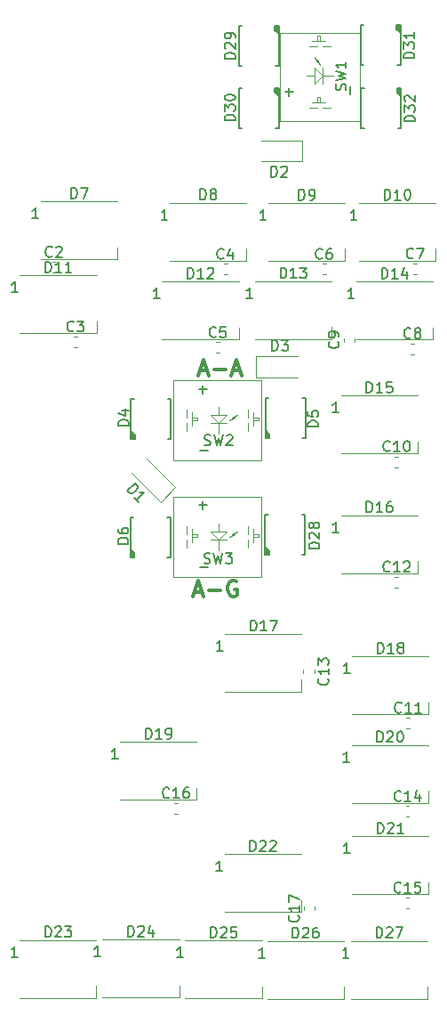
<source format=gbr>
G04 #@! TF.GenerationSoftware,KiCad,Pcbnew,(5.1.6)-1*
G04 #@! TF.CreationDate,2020-12-21T17:51:35+11:00*
G04 #@! TF.ProjectId,MasterModePushbuttonV2,4d617374-6572-44d6-9f64-655075736862,rev?*
G04 #@! TF.SameCoordinates,Original*
G04 #@! TF.FileFunction,Legend,Top*
G04 #@! TF.FilePolarity,Positive*
%FSLAX46Y46*%
G04 Gerber Fmt 4.6, Leading zero omitted, Abs format (unit mm)*
G04 Created by KiCad (PCBNEW (5.1.6)-1) date 2020-12-21 17:51:35*
%MOMM*%
%LPD*%
G01*
G04 APERTURE LIST*
%ADD10C,0.300000*%
%ADD11C,0.120000*%
%ADD12C,0.127000*%
%ADD13C,0.150000*%
G04 APERTURE END LIST*
D10*
X219011965Y-112351480D02*
X219726251Y-112351480D01*
X218869108Y-112780051D02*
X219369108Y-111280051D01*
X219869108Y-112780051D01*
X220369108Y-112208622D02*
X221511965Y-112208622D01*
X223011965Y-111351480D02*
X222869108Y-111280051D01*
X222654822Y-111280051D01*
X222440537Y-111351480D01*
X222297680Y-111494337D01*
X222226251Y-111637194D01*
X222154822Y-111922908D01*
X222154822Y-112137194D01*
X222226251Y-112422908D01*
X222297680Y-112565765D01*
X222440537Y-112708622D01*
X222654822Y-112780051D01*
X222797680Y-112780051D01*
X223011965Y-112708622D01*
X223083394Y-112637194D01*
X223083394Y-112137194D01*
X222797680Y-112137194D01*
X219519108Y-91351480D02*
X220233394Y-91351480D01*
X219376251Y-91780051D02*
X219876251Y-90280051D01*
X220376251Y-91780051D01*
X220876251Y-91208622D02*
X222019108Y-91208622D01*
X222661965Y-91351480D02*
X223376251Y-91351480D01*
X222519108Y-91780051D02*
X223019108Y-90280051D01*
X223519108Y-91780051D01*
D11*
X205446201Y-82007500D02*
X205771759Y-82007500D01*
X205446201Y-80987500D02*
X205771759Y-80987500D01*
X230456000Y-142647779D02*
X230456000Y-142322221D01*
X229436000Y-142647779D02*
X229436000Y-142322221D01*
X217083221Y-133457000D02*
X217408779Y-133457000D01*
X217083221Y-132437000D02*
X217408779Y-132437000D01*
X239133221Y-142457000D02*
X239458779Y-142457000D01*
X239133221Y-141437000D02*
X239458779Y-141437000D01*
X239133221Y-133757000D02*
X239458779Y-133757000D01*
X239133221Y-132737000D02*
X239458779Y-132737000D01*
X229386000Y-119797221D02*
X229386000Y-120122779D01*
X230406000Y-119797221D02*
X230406000Y-120122779D01*
X238096221Y-111957000D02*
X238421779Y-111957000D01*
X238096221Y-110937000D02*
X238421779Y-110937000D01*
X239196221Y-125357000D02*
X239521779Y-125357000D01*
X239196221Y-124337000D02*
X239521779Y-124337000D01*
X238096221Y-100507500D02*
X238421779Y-100507500D01*
X238096221Y-99487500D02*
X238421779Y-99487500D01*
X234256480Y-88572759D02*
X234256480Y-88247201D01*
X233236480Y-88572759D02*
X233236480Y-88247201D01*
X239596221Y-89757500D02*
X239921779Y-89757500D01*
X239596221Y-88737500D02*
X239921779Y-88737500D01*
X239833221Y-82157500D02*
X240158779Y-82157500D01*
X239833221Y-81137500D02*
X240158779Y-81137500D01*
X231183221Y-82207500D02*
X231508779Y-82207500D01*
X231183221Y-81187500D02*
X231508779Y-81187500D01*
X221046221Y-89657500D02*
X221371779Y-89657500D01*
X221046221Y-88637500D02*
X221371779Y-88637500D01*
X221783221Y-82207500D02*
X222108779Y-82207500D01*
X221783221Y-81187500D02*
X222108779Y-81187500D01*
X207496221Y-89107500D02*
X207821779Y-89107500D01*
X207496221Y-88087500D02*
X207821779Y-88087500D01*
X224896480Y-89997480D02*
X224896480Y-91997480D01*
X224896480Y-91997480D02*
X228796480Y-91997480D01*
X224896480Y-89997480D02*
X228796480Y-89997480D01*
X229296000Y-71447500D02*
X229296000Y-69447500D01*
X229296000Y-69447500D02*
X225396000Y-69447500D01*
X229296000Y-71447500D02*
X225396000Y-71447500D01*
X215763883Y-103829097D02*
X217178097Y-102414883D01*
X217178097Y-102414883D02*
X214420381Y-99657167D01*
X215763883Y-103829097D02*
X213006167Y-101071381D01*
D12*
G36*
X225736000Y-108853000D02*
G01*
X226117000Y-108853000D01*
X226117000Y-108472000D01*
X225736000Y-108091000D01*
X225736000Y-108853000D01*
G37*
X225736000Y-108853000D02*
X226117000Y-108853000D01*
X226117000Y-108472000D01*
X225736000Y-108091000D01*
X225736000Y-108853000D01*
X229541000Y-105048000D02*
X229241000Y-105048000D01*
X229541000Y-108848000D02*
X229541000Y-105048000D01*
X229241000Y-108848000D02*
X229541000Y-108848000D01*
X225741000Y-105048000D02*
X226041000Y-105048000D01*
X225741000Y-108848000D02*
X225741000Y-105048000D01*
X226041000Y-108848000D02*
X225741000Y-108848000D01*
G36*
X212909000Y-109082000D02*
G01*
X213290000Y-109082000D01*
X213290000Y-108701000D01*
X212909000Y-108320000D01*
X212909000Y-109082000D01*
G37*
X212909000Y-109082000D02*
X213290000Y-109082000D01*
X213290000Y-108701000D01*
X212909000Y-108320000D01*
X212909000Y-109082000D01*
X216714000Y-105277000D02*
X216414000Y-105277000D01*
X216714000Y-109077000D02*
X216714000Y-105277000D01*
X216414000Y-109077000D02*
X216714000Y-109077000D01*
X212914000Y-105277000D02*
X213214000Y-105277000D01*
X212914000Y-109077000D02*
X212914000Y-105277000D01*
X213214000Y-109077000D02*
X212914000Y-109077000D01*
G36*
X225758000Y-97758500D02*
G01*
X226139000Y-97758500D01*
X226139000Y-97377500D01*
X225758000Y-96996500D01*
X225758000Y-97758500D01*
G37*
X225758000Y-97758500D02*
X226139000Y-97758500D01*
X226139000Y-97377500D01*
X225758000Y-96996500D01*
X225758000Y-97758500D01*
X229563000Y-93953500D02*
X229263000Y-93953500D01*
X229563000Y-97753500D02*
X229563000Y-93953500D01*
X229263000Y-97753500D02*
X229563000Y-97753500D01*
X225763000Y-93953500D02*
X226063000Y-93953500D01*
X225763000Y-97753500D02*
X225763000Y-93953500D01*
X226063000Y-97753500D02*
X225763000Y-97753500D01*
G36*
X212957000Y-97834700D02*
G01*
X213338000Y-97834700D01*
X213338000Y-97453700D01*
X212957000Y-97072700D01*
X212957000Y-97834700D01*
G37*
X212957000Y-97834700D02*
X213338000Y-97834700D01*
X213338000Y-97453700D01*
X212957000Y-97072700D01*
X212957000Y-97834700D01*
X216762000Y-94029700D02*
X216462000Y-94029700D01*
X216762000Y-97829700D02*
X216762000Y-94029700D01*
X216462000Y-97829700D02*
X216762000Y-97829700D01*
X212962000Y-94029700D02*
X213262000Y-94029700D01*
X212962000Y-97829700D02*
X212962000Y-94029700D01*
X213262000Y-97829700D02*
X212962000Y-97829700D01*
X238385000Y-64509700D02*
X238685000Y-64509700D01*
X238685000Y-64509700D02*
X238685000Y-68309700D01*
X238685000Y-68309700D02*
X238385000Y-68309700D01*
X235185000Y-64509700D02*
X234885000Y-64509700D01*
X234885000Y-64509700D02*
X234885000Y-68309700D01*
X234885000Y-68309700D02*
X235185000Y-68309700D01*
G36*
X238690000Y-64504700D02*
G01*
X238309000Y-64504700D01*
X238309000Y-64885700D01*
X238690000Y-65266700D01*
X238690000Y-64504700D01*
G37*
X238690000Y-64504700D02*
X238309000Y-64504700D01*
X238309000Y-64885700D01*
X238690000Y-65266700D01*
X238690000Y-64504700D01*
X238320000Y-58467100D02*
X238620000Y-58467100D01*
X238620000Y-58467100D02*
X238620000Y-62267100D01*
X238620000Y-62267100D02*
X238320000Y-62267100D01*
X235120000Y-58467100D02*
X234820000Y-58467100D01*
X234820000Y-58467100D02*
X234820000Y-62267100D01*
X234820000Y-62267100D02*
X235120000Y-62267100D01*
G36*
X238625000Y-58462100D02*
G01*
X238244000Y-58462100D01*
X238244000Y-58843100D01*
X238625000Y-59224100D01*
X238625000Y-58462100D01*
G37*
X238625000Y-58462100D02*
X238244000Y-58462100D01*
X238244000Y-58843100D01*
X238625000Y-59224100D01*
X238625000Y-58462100D01*
X226726000Y-64458900D02*
X227026000Y-64458900D01*
X227026000Y-64458900D02*
X227026000Y-68258900D01*
X227026000Y-68258900D02*
X226726000Y-68258900D01*
X223526000Y-64458900D02*
X223226000Y-64458900D01*
X223226000Y-64458900D02*
X223226000Y-68258900D01*
X223226000Y-68258900D02*
X223526000Y-68258900D01*
G36*
X227031000Y-64453900D02*
G01*
X226650000Y-64453900D01*
X226650000Y-64834900D01*
X227031000Y-65215900D01*
X227031000Y-64453900D01*
G37*
X227031000Y-64453900D02*
X226650000Y-64453900D01*
X226650000Y-64834900D01*
X227031000Y-65215900D01*
X227031000Y-64453900D01*
X226726000Y-58571300D02*
X227026000Y-58571300D01*
X227026000Y-58571300D02*
X227026000Y-62371300D01*
X227026000Y-62371300D02*
X226726000Y-62371300D01*
X223526000Y-58571300D02*
X223226000Y-58571300D01*
X223226000Y-58571300D02*
X223226000Y-62371300D01*
X223226000Y-62371300D02*
X223526000Y-62371300D01*
G36*
X227031000Y-58566300D02*
G01*
X226650000Y-58566300D01*
X226650000Y-58947300D01*
X227031000Y-59328300D01*
X227031000Y-58566300D01*
G37*
X227031000Y-58566300D02*
X226650000Y-58566300D01*
X226650000Y-58947300D01*
X227031000Y-59328300D01*
X227031000Y-58566300D01*
D11*
X241208000Y-151052000D02*
X241208000Y-149902000D01*
X233908000Y-151052000D02*
X241208000Y-151052000D01*
X233908000Y-145552000D02*
X241208000Y-145552000D01*
X233221000Y-151077000D02*
X233221000Y-149927000D01*
X225921000Y-151077000D02*
X233221000Y-151077000D01*
X225921000Y-145577000D02*
X233221000Y-145577000D01*
X225421000Y-151026000D02*
X225421000Y-149876000D01*
X218121000Y-151026000D02*
X225421000Y-151026000D01*
X218121000Y-145526000D02*
X225421000Y-145526000D01*
X217547000Y-150925000D02*
X217547000Y-149775000D01*
X210247000Y-150925000D02*
X217547000Y-150925000D01*
X210247000Y-145425000D02*
X217547000Y-145425000D01*
X221327000Y-105833000D02*
X221327000Y-106595000D01*
X221327000Y-106595000D02*
X222089000Y-106595000D01*
X222089000Y-106595000D02*
X221327000Y-107357000D01*
X221327000Y-107357000D02*
X220565000Y-106595000D01*
X220565000Y-106595000D02*
X221327000Y-106595000D01*
X222089000Y-107357000D02*
X220565000Y-107357000D01*
X220565000Y-107357000D02*
X221327000Y-107357000D01*
X221327000Y-107357000D02*
X221327000Y-108373000D01*
X223105000Y-106595000D02*
X222597000Y-106849000D01*
X222597000Y-106849000D02*
X222851000Y-106849000D01*
X222851000Y-106849000D02*
X222343000Y-107103000D01*
X218279000Y-106087000D02*
X218279000Y-106849000D01*
X218279000Y-107357000D02*
X218279000Y-108119000D01*
X218787000Y-106341000D02*
X218787000Y-107611000D01*
X218787000Y-106849000D02*
X219295000Y-106849000D01*
X219295000Y-106849000D02*
X219295000Y-107103000D01*
X219295000Y-107103000D02*
X218787000Y-107103000D01*
X224629000Y-106849000D02*
X225137000Y-106849000D01*
X224121000Y-107357000D02*
X224121000Y-108119000D01*
X224629000Y-106341000D02*
X224629000Y-107611000D01*
X225137000Y-106849000D02*
X225137000Y-107103000D01*
X224121000Y-106087000D02*
X224121000Y-106849000D01*
X225137000Y-107103000D02*
X224629000Y-107103000D01*
X217263000Y-103293000D02*
X225391000Y-103293000D01*
X225391000Y-103293000D02*
X225377000Y-110913000D01*
X225397000Y-110913000D02*
X217015000Y-110913000D01*
X217007000Y-110913000D02*
X217009000Y-103293000D01*
X217009000Y-103293000D02*
X218279000Y-103293000D01*
X221327000Y-94809500D02*
X221327000Y-95571500D01*
X221327000Y-95571500D02*
X222089000Y-95571500D01*
X222089000Y-95571500D02*
X221327000Y-96333500D01*
X221327000Y-96333500D02*
X220565000Y-95571500D01*
X220565000Y-95571500D02*
X221327000Y-95571500D01*
X222089000Y-96333500D02*
X220565000Y-96333500D01*
X220565000Y-96333500D02*
X221327000Y-96333500D01*
X221327000Y-96333500D02*
X221327000Y-97349500D01*
X223105000Y-95571500D02*
X222597000Y-95825500D01*
X222597000Y-95825500D02*
X222851000Y-95825500D01*
X222851000Y-95825500D02*
X222343000Y-96079500D01*
X218279000Y-95063500D02*
X218279000Y-95825500D01*
X218279000Y-96333500D02*
X218279000Y-97095500D01*
X218787000Y-95317500D02*
X218787000Y-96587500D01*
X218787000Y-95825500D02*
X219295000Y-95825500D01*
X219295000Y-95825500D02*
X219295000Y-96079500D01*
X219295000Y-96079500D02*
X218787000Y-96079500D01*
X224629000Y-95825500D02*
X225137000Y-95825500D01*
X224121000Y-96333500D02*
X224121000Y-97095500D01*
X224629000Y-95317500D02*
X224629000Y-96587500D01*
X225137000Y-95825500D02*
X225137000Y-96079500D01*
X224121000Y-95063500D02*
X224121000Y-95825500D01*
X225137000Y-96079500D02*
X224629000Y-96079500D01*
X217263000Y-92269500D02*
X225391000Y-92269500D01*
X225391000Y-92269500D02*
X225377000Y-99889500D01*
X225397000Y-99889500D02*
X217015000Y-99889500D01*
X217007000Y-99889500D02*
X217009000Y-92269500D01*
X217009000Y-92269500D02*
X218279000Y-92269500D01*
X229710000Y-63302700D02*
X230472000Y-63302700D01*
X230472000Y-63302700D02*
X230472000Y-62540700D01*
X230472000Y-62540700D02*
X231234000Y-63302700D01*
X231234000Y-63302700D02*
X230472000Y-64064700D01*
X230472000Y-64064700D02*
X230472000Y-63302700D01*
X231234000Y-62540700D02*
X231234000Y-64064700D01*
X231234000Y-64064700D02*
X231234000Y-63302700D01*
X231234000Y-63302700D02*
X232250000Y-63302700D01*
X230472000Y-61524700D02*
X230726000Y-62032700D01*
X230726000Y-62032700D02*
X230726000Y-61778700D01*
X230726000Y-61778700D02*
X230980000Y-62286700D01*
X229964000Y-66350700D02*
X230726000Y-66350700D01*
X231234000Y-66350700D02*
X231996000Y-66350700D01*
X230218000Y-65842700D02*
X231488000Y-65842700D01*
X230726000Y-65842700D02*
X230726000Y-65334700D01*
X230726000Y-65334700D02*
X230980000Y-65334700D01*
X230980000Y-65334700D02*
X230980000Y-65842700D01*
X230726000Y-60000700D02*
X230726000Y-59492700D01*
X231234000Y-60508700D02*
X231996000Y-60508700D01*
X230218000Y-60000700D02*
X231488000Y-60000700D01*
X230726000Y-59492700D02*
X230980000Y-59492700D01*
X229964000Y-60508700D02*
X230726000Y-60508700D01*
X230980000Y-59492700D02*
X230980000Y-60000700D01*
X227170000Y-67366700D02*
X227170000Y-59238700D01*
X227170000Y-59238700D02*
X234790000Y-59252700D01*
X234790000Y-59232700D02*
X234790000Y-67614700D01*
X234790000Y-67622700D02*
X227170000Y-67620700D01*
X227170000Y-67620700D02*
X227170000Y-66350700D01*
X209650000Y-150975000D02*
X209650000Y-149825000D01*
X202350000Y-150975000D02*
X209650000Y-150975000D01*
X202350000Y-145475000D02*
X209650000Y-145475000D01*
X229168000Y-142822000D02*
X229168000Y-141672000D01*
X221868000Y-142822000D02*
X229168000Y-142822000D01*
X221868000Y-137322000D02*
X229168000Y-137322000D01*
X241321000Y-141120000D02*
X241321000Y-139970000D01*
X234021000Y-141120000D02*
X241321000Y-141120000D01*
X234021000Y-135620000D02*
X241321000Y-135620000D01*
X241270000Y-132433000D02*
X241270000Y-131283000D01*
X233970000Y-132433000D02*
X241270000Y-132433000D01*
X233970000Y-126933000D02*
X241270000Y-126933000D01*
X219223000Y-132129000D02*
X219223000Y-130979000D01*
X211923000Y-132129000D02*
X219223000Y-132129000D01*
X211923000Y-126629000D02*
X219223000Y-126629000D01*
X241321000Y-124001000D02*
X241321000Y-122851000D01*
X234021000Y-124001000D02*
X241321000Y-124001000D01*
X234021000Y-118501000D02*
X241321000Y-118501000D01*
X229208000Y-121867000D02*
X229208000Y-120717000D01*
X221908000Y-121867000D02*
X229208000Y-121867000D01*
X221908000Y-116367000D02*
X229208000Y-116367000D01*
X240254000Y-110589000D02*
X240254000Y-109439000D01*
X232954000Y-110589000D02*
X240254000Y-110589000D01*
X232954000Y-105089000D02*
X240254000Y-105089000D01*
X240254000Y-99210300D02*
X240254000Y-98060300D01*
X232954000Y-99210300D02*
X240254000Y-99210300D01*
X232954000Y-93710300D02*
X240254000Y-93710300D01*
X241716000Y-88364700D02*
X241716000Y-87214700D01*
X234416000Y-88364700D02*
X241716000Y-88364700D01*
X234416000Y-82864700D02*
X241716000Y-82864700D01*
X232052000Y-88339100D02*
X232052000Y-87189100D01*
X224752000Y-88339100D02*
X232052000Y-88339100D01*
X224752000Y-82839100D02*
X232052000Y-82839100D01*
X223213000Y-88364700D02*
X223213000Y-87214700D01*
X215913000Y-88364700D02*
X223213000Y-88364700D01*
X215913000Y-82864700D02*
X223213000Y-82864700D01*
X209673000Y-87780300D02*
X209673000Y-86630300D01*
X202373000Y-87780300D02*
X209673000Y-87780300D01*
X202373000Y-82280300D02*
X209673000Y-82280300D01*
X241970000Y-80897100D02*
X241970000Y-79747100D01*
X234670000Y-80897100D02*
X241970000Y-80897100D01*
X234670000Y-75397100D02*
X241970000Y-75397100D01*
X233334000Y-80897100D02*
X233334000Y-79747100D01*
X226034000Y-80897100D02*
X233334000Y-80897100D01*
X226034000Y-75397100D02*
X233334000Y-75397100D01*
X223936000Y-80871500D02*
X223936000Y-79721500D01*
X216636000Y-80871500D02*
X223936000Y-80871500D01*
X216636000Y-75371500D02*
X223936000Y-75371500D01*
X211642000Y-80744700D02*
X211642000Y-79594700D01*
X204342000Y-80744700D02*
X211642000Y-80744700D01*
X204342000Y-75244700D02*
X211642000Y-75244700D01*
D13*
X205442313Y-80424642D02*
X205394694Y-80472261D01*
X205251837Y-80519880D01*
X205156599Y-80519880D01*
X205013741Y-80472261D01*
X204918503Y-80377023D01*
X204870884Y-80281785D01*
X204823265Y-80091309D01*
X204823265Y-79948452D01*
X204870884Y-79757976D01*
X204918503Y-79662738D01*
X205013741Y-79567500D01*
X205156599Y-79519880D01*
X205251837Y-79519880D01*
X205394694Y-79567500D01*
X205442313Y-79615119D01*
X205823265Y-79615119D02*
X205870884Y-79567500D01*
X205966122Y-79519880D01*
X206204218Y-79519880D01*
X206299456Y-79567500D01*
X206347075Y-79615119D01*
X206394694Y-79710357D01*
X206394694Y-79805595D01*
X206347075Y-79948452D01*
X205775646Y-80519880D01*
X206394694Y-80519880D01*
X228873142Y-143127857D02*
X228920761Y-143175476D01*
X228968380Y-143318333D01*
X228968380Y-143413571D01*
X228920761Y-143556428D01*
X228825523Y-143651666D01*
X228730285Y-143699285D01*
X228539809Y-143746904D01*
X228396952Y-143746904D01*
X228206476Y-143699285D01*
X228111238Y-143651666D01*
X228016000Y-143556428D01*
X227968380Y-143413571D01*
X227968380Y-143318333D01*
X228016000Y-143175476D01*
X228063619Y-143127857D01*
X228968380Y-142175476D02*
X228968380Y-142746904D01*
X228968380Y-142461190D02*
X227968380Y-142461190D01*
X228111238Y-142556428D01*
X228206476Y-142651666D01*
X228254095Y-142746904D01*
X227968380Y-141842142D02*
X227968380Y-141175476D01*
X228968380Y-141604047D01*
X216603142Y-131874142D02*
X216555523Y-131921761D01*
X216412666Y-131969380D01*
X216317428Y-131969380D01*
X216174571Y-131921761D01*
X216079333Y-131826523D01*
X216031714Y-131731285D01*
X215984095Y-131540809D01*
X215984095Y-131397952D01*
X216031714Y-131207476D01*
X216079333Y-131112238D01*
X216174571Y-131017000D01*
X216317428Y-130969380D01*
X216412666Y-130969380D01*
X216555523Y-131017000D01*
X216603142Y-131064619D01*
X217555523Y-131969380D02*
X216984095Y-131969380D01*
X217269809Y-131969380D02*
X217269809Y-130969380D01*
X217174571Y-131112238D01*
X217079333Y-131207476D01*
X216984095Y-131255095D01*
X218412666Y-130969380D02*
X218222190Y-130969380D01*
X218126952Y-131017000D01*
X218079333Y-131064619D01*
X217984095Y-131207476D01*
X217936476Y-131397952D01*
X217936476Y-131778904D01*
X217984095Y-131874142D01*
X218031714Y-131921761D01*
X218126952Y-131969380D01*
X218317428Y-131969380D01*
X218412666Y-131921761D01*
X218460285Y-131874142D01*
X218507904Y-131778904D01*
X218507904Y-131540809D01*
X218460285Y-131445571D01*
X218412666Y-131397952D01*
X218317428Y-131350333D01*
X218126952Y-131350333D01*
X218031714Y-131397952D01*
X217984095Y-131445571D01*
X217936476Y-131540809D01*
X238653142Y-140874142D02*
X238605523Y-140921761D01*
X238462666Y-140969380D01*
X238367428Y-140969380D01*
X238224571Y-140921761D01*
X238129333Y-140826523D01*
X238081714Y-140731285D01*
X238034095Y-140540809D01*
X238034095Y-140397952D01*
X238081714Y-140207476D01*
X238129333Y-140112238D01*
X238224571Y-140017000D01*
X238367428Y-139969380D01*
X238462666Y-139969380D01*
X238605523Y-140017000D01*
X238653142Y-140064619D01*
X239605523Y-140969380D02*
X239034095Y-140969380D01*
X239319809Y-140969380D02*
X239319809Y-139969380D01*
X239224571Y-140112238D01*
X239129333Y-140207476D01*
X239034095Y-140255095D01*
X240510285Y-139969380D02*
X240034095Y-139969380D01*
X239986476Y-140445571D01*
X240034095Y-140397952D01*
X240129333Y-140350333D01*
X240367428Y-140350333D01*
X240462666Y-140397952D01*
X240510285Y-140445571D01*
X240557904Y-140540809D01*
X240557904Y-140778904D01*
X240510285Y-140874142D01*
X240462666Y-140921761D01*
X240367428Y-140969380D01*
X240129333Y-140969380D01*
X240034095Y-140921761D01*
X239986476Y-140874142D01*
X238653142Y-132174142D02*
X238605523Y-132221761D01*
X238462666Y-132269380D01*
X238367428Y-132269380D01*
X238224571Y-132221761D01*
X238129333Y-132126523D01*
X238081714Y-132031285D01*
X238034095Y-131840809D01*
X238034095Y-131697952D01*
X238081714Y-131507476D01*
X238129333Y-131412238D01*
X238224571Y-131317000D01*
X238367428Y-131269380D01*
X238462666Y-131269380D01*
X238605523Y-131317000D01*
X238653142Y-131364619D01*
X239605523Y-132269380D02*
X239034095Y-132269380D01*
X239319809Y-132269380D02*
X239319809Y-131269380D01*
X239224571Y-131412238D01*
X239129333Y-131507476D01*
X239034095Y-131555095D01*
X240462666Y-131602714D02*
X240462666Y-132269380D01*
X240224571Y-131221761D02*
X239986476Y-131936047D01*
X240605523Y-131936047D01*
X231683142Y-120602857D02*
X231730761Y-120650476D01*
X231778380Y-120793333D01*
X231778380Y-120888571D01*
X231730761Y-121031428D01*
X231635523Y-121126666D01*
X231540285Y-121174285D01*
X231349809Y-121221904D01*
X231206952Y-121221904D01*
X231016476Y-121174285D01*
X230921238Y-121126666D01*
X230826000Y-121031428D01*
X230778380Y-120888571D01*
X230778380Y-120793333D01*
X230826000Y-120650476D01*
X230873619Y-120602857D01*
X231778380Y-119650476D02*
X231778380Y-120221904D01*
X231778380Y-119936190D02*
X230778380Y-119936190D01*
X230921238Y-120031428D01*
X231016476Y-120126666D01*
X231064095Y-120221904D01*
X230778380Y-119317142D02*
X230778380Y-118698095D01*
X231159333Y-119031428D01*
X231159333Y-118888571D01*
X231206952Y-118793333D01*
X231254571Y-118745714D01*
X231349809Y-118698095D01*
X231587904Y-118698095D01*
X231683142Y-118745714D01*
X231730761Y-118793333D01*
X231778380Y-118888571D01*
X231778380Y-119174285D01*
X231730761Y-119269523D01*
X231683142Y-119317142D01*
X237616142Y-110374142D02*
X237568523Y-110421761D01*
X237425666Y-110469380D01*
X237330428Y-110469380D01*
X237187571Y-110421761D01*
X237092333Y-110326523D01*
X237044714Y-110231285D01*
X236997095Y-110040809D01*
X236997095Y-109897952D01*
X237044714Y-109707476D01*
X237092333Y-109612238D01*
X237187571Y-109517000D01*
X237330428Y-109469380D01*
X237425666Y-109469380D01*
X237568523Y-109517000D01*
X237616142Y-109564619D01*
X238568523Y-110469380D02*
X237997095Y-110469380D01*
X238282809Y-110469380D02*
X238282809Y-109469380D01*
X238187571Y-109612238D01*
X238092333Y-109707476D01*
X237997095Y-109755095D01*
X238949476Y-109564619D02*
X238997095Y-109517000D01*
X239092333Y-109469380D01*
X239330428Y-109469380D01*
X239425666Y-109517000D01*
X239473285Y-109564619D01*
X239520904Y-109659857D01*
X239520904Y-109755095D01*
X239473285Y-109897952D01*
X238901857Y-110469380D01*
X239520904Y-110469380D01*
X238716142Y-123774142D02*
X238668523Y-123821761D01*
X238525666Y-123869380D01*
X238430428Y-123869380D01*
X238287571Y-123821761D01*
X238192333Y-123726523D01*
X238144714Y-123631285D01*
X238097095Y-123440809D01*
X238097095Y-123297952D01*
X238144714Y-123107476D01*
X238192333Y-123012238D01*
X238287571Y-122917000D01*
X238430428Y-122869380D01*
X238525666Y-122869380D01*
X238668523Y-122917000D01*
X238716142Y-122964619D01*
X239668523Y-123869380D02*
X239097095Y-123869380D01*
X239382809Y-123869380D02*
X239382809Y-122869380D01*
X239287571Y-123012238D01*
X239192333Y-123107476D01*
X239097095Y-123155095D01*
X240620904Y-123869380D02*
X240049476Y-123869380D01*
X240335190Y-123869380D02*
X240335190Y-122869380D01*
X240239952Y-123012238D01*
X240144714Y-123107476D01*
X240049476Y-123155095D01*
X237616142Y-98924642D02*
X237568523Y-98972261D01*
X237425666Y-99019880D01*
X237330428Y-99019880D01*
X237187571Y-98972261D01*
X237092333Y-98877023D01*
X237044714Y-98781785D01*
X236997095Y-98591309D01*
X236997095Y-98448452D01*
X237044714Y-98257976D01*
X237092333Y-98162738D01*
X237187571Y-98067500D01*
X237330428Y-98019880D01*
X237425666Y-98019880D01*
X237568523Y-98067500D01*
X237616142Y-98115119D01*
X238568523Y-99019880D02*
X237997095Y-99019880D01*
X238282809Y-99019880D02*
X238282809Y-98019880D01*
X238187571Y-98162738D01*
X238092333Y-98257976D01*
X237997095Y-98305595D01*
X239187571Y-98019880D02*
X239282809Y-98019880D01*
X239378047Y-98067500D01*
X239425666Y-98115119D01*
X239473285Y-98210357D01*
X239520904Y-98400833D01*
X239520904Y-98638928D01*
X239473285Y-98829404D01*
X239425666Y-98924642D01*
X239378047Y-98972261D01*
X239282809Y-99019880D01*
X239187571Y-99019880D01*
X239092333Y-98972261D01*
X239044714Y-98924642D01*
X238997095Y-98829404D01*
X238949476Y-98638928D01*
X238949476Y-98400833D01*
X238997095Y-98210357D01*
X239044714Y-98115119D01*
X239092333Y-98067500D01*
X239187571Y-98019880D01*
X232673622Y-88576646D02*
X232721241Y-88624265D01*
X232768860Y-88767122D01*
X232768860Y-88862360D01*
X232721241Y-89005218D01*
X232626003Y-89100456D01*
X232530765Y-89148075D01*
X232340289Y-89195694D01*
X232197432Y-89195694D01*
X232006956Y-89148075D01*
X231911718Y-89100456D01*
X231816480Y-89005218D01*
X231768860Y-88862360D01*
X231768860Y-88767122D01*
X231816480Y-88624265D01*
X231864099Y-88576646D01*
X232768860Y-88100456D02*
X232768860Y-87909980D01*
X232721241Y-87814741D01*
X232673622Y-87767122D01*
X232530765Y-87671884D01*
X232340289Y-87624265D01*
X231959337Y-87624265D01*
X231864099Y-87671884D01*
X231816480Y-87719503D01*
X231768860Y-87814741D01*
X231768860Y-88005218D01*
X231816480Y-88100456D01*
X231864099Y-88148075D01*
X231959337Y-88195694D01*
X232197432Y-88195694D01*
X232292670Y-88148075D01*
X232340289Y-88100456D01*
X232387908Y-88005218D01*
X232387908Y-87814741D01*
X232340289Y-87719503D01*
X232292670Y-87671884D01*
X232197432Y-87624265D01*
X239592333Y-88174642D02*
X239544714Y-88222261D01*
X239401857Y-88269880D01*
X239306619Y-88269880D01*
X239163761Y-88222261D01*
X239068523Y-88127023D01*
X239020904Y-88031785D01*
X238973285Y-87841309D01*
X238973285Y-87698452D01*
X239020904Y-87507976D01*
X239068523Y-87412738D01*
X239163761Y-87317500D01*
X239306619Y-87269880D01*
X239401857Y-87269880D01*
X239544714Y-87317500D01*
X239592333Y-87365119D01*
X240163761Y-87698452D02*
X240068523Y-87650833D01*
X240020904Y-87603214D01*
X239973285Y-87507976D01*
X239973285Y-87460357D01*
X240020904Y-87365119D01*
X240068523Y-87317500D01*
X240163761Y-87269880D01*
X240354238Y-87269880D01*
X240449476Y-87317500D01*
X240497095Y-87365119D01*
X240544714Y-87460357D01*
X240544714Y-87507976D01*
X240497095Y-87603214D01*
X240449476Y-87650833D01*
X240354238Y-87698452D01*
X240163761Y-87698452D01*
X240068523Y-87746071D01*
X240020904Y-87793690D01*
X239973285Y-87888928D01*
X239973285Y-88079404D01*
X240020904Y-88174642D01*
X240068523Y-88222261D01*
X240163761Y-88269880D01*
X240354238Y-88269880D01*
X240449476Y-88222261D01*
X240497095Y-88174642D01*
X240544714Y-88079404D01*
X240544714Y-87888928D01*
X240497095Y-87793690D01*
X240449476Y-87746071D01*
X240354238Y-87698452D01*
X239829333Y-80574642D02*
X239781714Y-80622261D01*
X239638857Y-80669880D01*
X239543619Y-80669880D01*
X239400761Y-80622261D01*
X239305523Y-80527023D01*
X239257904Y-80431785D01*
X239210285Y-80241309D01*
X239210285Y-80098452D01*
X239257904Y-79907976D01*
X239305523Y-79812738D01*
X239400761Y-79717500D01*
X239543619Y-79669880D01*
X239638857Y-79669880D01*
X239781714Y-79717500D01*
X239829333Y-79765119D01*
X240162666Y-79669880D02*
X240829333Y-79669880D01*
X240400761Y-80669880D01*
X231179333Y-80624642D02*
X231131714Y-80672261D01*
X230988857Y-80719880D01*
X230893619Y-80719880D01*
X230750761Y-80672261D01*
X230655523Y-80577023D01*
X230607904Y-80481785D01*
X230560285Y-80291309D01*
X230560285Y-80148452D01*
X230607904Y-79957976D01*
X230655523Y-79862738D01*
X230750761Y-79767500D01*
X230893619Y-79719880D01*
X230988857Y-79719880D01*
X231131714Y-79767500D01*
X231179333Y-79815119D01*
X232036476Y-79719880D02*
X231846000Y-79719880D01*
X231750761Y-79767500D01*
X231703142Y-79815119D01*
X231607904Y-79957976D01*
X231560285Y-80148452D01*
X231560285Y-80529404D01*
X231607904Y-80624642D01*
X231655523Y-80672261D01*
X231750761Y-80719880D01*
X231941238Y-80719880D01*
X232036476Y-80672261D01*
X232084095Y-80624642D01*
X232131714Y-80529404D01*
X232131714Y-80291309D01*
X232084095Y-80196071D01*
X232036476Y-80148452D01*
X231941238Y-80100833D01*
X231750761Y-80100833D01*
X231655523Y-80148452D01*
X231607904Y-80196071D01*
X231560285Y-80291309D01*
X221042333Y-88074642D02*
X220994714Y-88122261D01*
X220851857Y-88169880D01*
X220756619Y-88169880D01*
X220613761Y-88122261D01*
X220518523Y-88027023D01*
X220470904Y-87931785D01*
X220423285Y-87741309D01*
X220423285Y-87598452D01*
X220470904Y-87407976D01*
X220518523Y-87312738D01*
X220613761Y-87217500D01*
X220756619Y-87169880D01*
X220851857Y-87169880D01*
X220994714Y-87217500D01*
X221042333Y-87265119D01*
X221947095Y-87169880D02*
X221470904Y-87169880D01*
X221423285Y-87646071D01*
X221470904Y-87598452D01*
X221566142Y-87550833D01*
X221804238Y-87550833D01*
X221899476Y-87598452D01*
X221947095Y-87646071D01*
X221994714Y-87741309D01*
X221994714Y-87979404D01*
X221947095Y-88074642D01*
X221899476Y-88122261D01*
X221804238Y-88169880D01*
X221566142Y-88169880D01*
X221470904Y-88122261D01*
X221423285Y-88074642D01*
X221779333Y-80624642D02*
X221731714Y-80672261D01*
X221588857Y-80719880D01*
X221493619Y-80719880D01*
X221350761Y-80672261D01*
X221255523Y-80577023D01*
X221207904Y-80481785D01*
X221160285Y-80291309D01*
X221160285Y-80148452D01*
X221207904Y-79957976D01*
X221255523Y-79862738D01*
X221350761Y-79767500D01*
X221493619Y-79719880D01*
X221588857Y-79719880D01*
X221731714Y-79767500D01*
X221779333Y-79815119D01*
X222636476Y-80053214D02*
X222636476Y-80719880D01*
X222398380Y-79672261D02*
X222160285Y-80386547D01*
X222779333Y-80386547D01*
X207492333Y-87524642D02*
X207444714Y-87572261D01*
X207301857Y-87619880D01*
X207206619Y-87619880D01*
X207063761Y-87572261D01*
X206968523Y-87477023D01*
X206920904Y-87381785D01*
X206873285Y-87191309D01*
X206873285Y-87048452D01*
X206920904Y-86857976D01*
X206968523Y-86762738D01*
X207063761Y-86667500D01*
X207206619Y-86619880D01*
X207301857Y-86619880D01*
X207444714Y-86667500D01*
X207492333Y-86715119D01*
X207825666Y-86619880D02*
X208444714Y-86619880D01*
X208111380Y-87000833D01*
X208254238Y-87000833D01*
X208349476Y-87048452D01*
X208397095Y-87096071D01*
X208444714Y-87191309D01*
X208444714Y-87429404D01*
X208397095Y-87524642D01*
X208349476Y-87572261D01*
X208254238Y-87619880D01*
X207968523Y-87619880D01*
X207873285Y-87572261D01*
X207825666Y-87524642D01*
X226408384Y-89449860D02*
X226408384Y-88449860D01*
X226646480Y-88449860D01*
X226789337Y-88497480D01*
X226884575Y-88592718D01*
X226932194Y-88687956D01*
X226979813Y-88878432D01*
X226979813Y-89021289D01*
X226932194Y-89211765D01*
X226884575Y-89307003D01*
X226789337Y-89402241D01*
X226646480Y-89449860D01*
X226408384Y-89449860D01*
X227313146Y-88449860D02*
X227932194Y-88449860D01*
X227598860Y-88830813D01*
X227741718Y-88830813D01*
X227836956Y-88878432D01*
X227884575Y-88926051D01*
X227932194Y-89021289D01*
X227932194Y-89259384D01*
X227884575Y-89354622D01*
X227836956Y-89402241D01*
X227741718Y-89449860D01*
X227456003Y-89449860D01*
X227360765Y-89402241D01*
X227313146Y-89354622D01*
X226307904Y-72899880D02*
X226307904Y-71899880D01*
X226546000Y-71899880D01*
X226688857Y-71947500D01*
X226784095Y-72042738D01*
X226831714Y-72137976D01*
X226879333Y-72328452D01*
X226879333Y-72471309D01*
X226831714Y-72661785D01*
X226784095Y-72757023D01*
X226688857Y-72852261D01*
X226546000Y-72899880D01*
X226307904Y-72899880D01*
X227260285Y-71995119D02*
X227307904Y-71947500D01*
X227403142Y-71899880D01*
X227641238Y-71899880D01*
X227736476Y-71947500D01*
X227784095Y-71995119D01*
X227831714Y-72090357D01*
X227831714Y-72185595D01*
X227784095Y-72328452D01*
X227212666Y-72899880D01*
X227831714Y-72899880D01*
X212623992Y-102743183D02*
X213331098Y-102036076D01*
X213499457Y-102204435D01*
X213566801Y-102339122D01*
X213566801Y-102473809D01*
X213533129Y-102574824D01*
X213432114Y-102743183D01*
X213331098Y-102844198D01*
X213162740Y-102945214D01*
X213061724Y-102978885D01*
X212927037Y-102978885D01*
X212792350Y-102911542D01*
X212623992Y-102743183D01*
X213701488Y-103820679D02*
X213297427Y-103416618D01*
X213499457Y-103618649D02*
X214206564Y-102911542D01*
X214038205Y-102945214D01*
X213903518Y-102945214D01*
X213802503Y-102911542D01*
X230898780Y-108241085D02*
X229898780Y-108241085D01*
X229898780Y-108002990D01*
X229946400Y-107860133D01*
X230041638Y-107764895D01*
X230136876Y-107717276D01*
X230327352Y-107669657D01*
X230470209Y-107669657D01*
X230660685Y-107717276D01*
X230755923Y-107764895D01*
X230851161Y-107860133D01*
X230898780Y-108002990D01*
X230898780Y-108241085D01*
X229994019Y-107288704D02*
X229946400Y-107241085D01*
X229898780Y-107145847D01*
X229898780Y-106907752D01*
X229946400Y-106812514D01*
X229994019Y-106764895D01*
X230089257Y-106717276D01*
X230184495Y-106717276D01*
X230327352Y-106764895D01*
X230898780Y-107336323D01*
X230898780Y-106717276D01*
X230327352Y-106145847D02*
X230279733Y-106241085D01*
X230232114Y-106288704D01*
X230136876Y-106336323D01*
X230089257Y-106336323D01*
X229994019Y-106288704D01*
X229946400Y-106241085D01*
X229898780Y-106145847D01*
X229898780Y-105955371D01*
X229946400Y-105860133D01*
X229994019Y-105812514D01*
X230089257Y-105764895D01*
X230136876Y-105764895D01*
X230232114Y-105812514D01*
X230279733Y-105860133D01*
X230327352Y-105955371D01*
X230327352Y-106145847D01*
X230374971Y-106241085D01*
X230422590Y-106288704D01*
X230517828Y-106336323D01*
X230708304Y-106336323D01*
X230803542Y-106288704D01*
X230851161Y-106241085D01*
X230898780Y-106145847D01*
X230898780Y-105955371D01*
X230851161Y-105860133D01*
X230803542Y-105812514D01*
X230708304Y-105764895D01*
X230517828Y-105764895D01*
X230422590Y-105812514D01*
X230374971Y-105860133D01*
X230327352Y-105955371D01*
X212700980Y-107788095D02*
X211700980Y-107788095D01*
X211700980Y-107550000D01*
X211748600Y-107407142D01*
X211843838Y-107311904D01*
X211939076Y-107264285D01*
X212129552Y-107216666D01*
X212272409Y-107216666D01*
X212462885Y-107264285D01*
X212558123Y-107311904D01*
X212653361Y-107407142D01*
X212700980Y-107550000D01*
X212700980Y-107788095D01*
X211700980Y-106359523D02*
X211700980Y-106550000D01*
X211748600Y-106645238D01*
X211796219Y-106692857D01*
X211939076Y-106788095D01*
X212129552Y-106835714D01*
X212510504Y-106835714D01*
X212605742Y-106788095D01*
X212653361Y-106740476D01*
X212700980Y-106645238D01*
X212700980Y-106454761D01*
X212653361Y-106359523D01*
X212605742Y-106311904D01*
X212510504Y-106264285D01*
X212272409Y-106264285D01*
X212177171Y-106311904D01*
X212129552Y-106359523D01*
X212081933Y-106454761D01*
X212081933Y-106645238D01*
X212129552Y-106740476D01*
X212177171Y-106788095D01*
X212272409Y-106835714D01*
X230796380Y-96665195D02*
X229796380Y-96665195D01*
X229796380Y-96427100D01*
X229844000Y-96284242D01*
X229939238Y-96189004D01*
X230034476Y-96141385D01*
X230224952Y-96093766D01*
X230367809Y-96093766D01*
X230558285Y-96141385D01*
X230653523Y-96189004D01*
X230748761Y-96284242D01*
X230796380Y-96427100D01*
X230796380Y-96665195D01*
X229796380Y-95189004D02*
X229796380Y-95665195D01*
X230272571Y-95712814D01*
X230224952Y-95665195D01*
X230177333Y-95569957D01*
X230177333Y-95331861D01*
X230224952Y-95236623D01*
X230272571Y-95189004D01*
X230367809Y-95141385D01*
X230605904Y-95141385D01*
X230701142Y-95189004D01*
X230748761Y-95236623D01*
X230796380Y-95331861D01*
X230796380Y-95569957D01*
X230748761Y-95665195D01*
X230701142Y-95712814D01*
X212748980Y-96540795D02*
X211748980Y-96540795D01*
X211748980Y-96302700D01*
X211796600Y-96159842D01*
X211891838Y-96064604D01*
X211987076Y-96016985D01*
X212177552Y-95969366D01*
X212320409Y-95969366D01*
X212510885Y-96016985D01*
X212606123Y-96064604D01*
X212701361Y-96159842D01*
X212748980Y-96302700D01*
X212748980Y-96540795D01*
X212082314Y-95112223D02*
X212748980Y-95112223D01*
X211701361Y-95350319D02*
X212415647Y-95588414D01*
X212415647Y-94969366D01*
X240017860Y-67626565D02*
X239017860Y-67626565D01*
X239017860Y-67388470D01*
X239065480Y-67245613D01*
X239160718Y-67150375D01*
X239255956Y-67102756D01*
X239446432Y-67055137D01*
X239589289Y-67055137D01*
X239779765Y-67102756D01*
X239875003Y-67150375D01*
X239970241Y-67245613D01*
X240017860Y-67388470D01*
X240017860Y-67626565D01*
X239017860Y-66721803D02*
X239017860Y-66102756D01*
X239398813Y-66436089D01*
X239398813Y-66293232D01*
X239446432Y-66197994D01*
X239494051Y-66150375D01*
X239589289Y-66102756D01*
X239827384Y-66102756D01*
X239922622Y-66150375D01*
X239970241Y-66197994D01*
X240017860Y-66293232D01*
X240017860Y-66578946D01*
X239970241Y-66674184D01*
X239922622Y-66721803D01*
X239113099Y-65721803D02*
X239065480Y-65674184D01*
X239017860Y-65578946D01*
X239017860Y-65340851D01*
X239065480Y-65245613D01*
X239113099Y-65197994D01*
X239208337Y-65150375D01*
X239303575Y-65150375D01*
X239446432Y-65197994D01*
X240017860Y-65769422D01*
X240017860Y-65150375D01*
X239952860Y-61634765D02*
X238952860Y-61634765D01*
X238952860Y-61396670D01*
X239000480Y-61253813D01*
X239095718Y-61158575D01*
X239190956Y-61110956D01*
X239381432Y-61063337D01*
X239524289Y-61063337D01*
X239714765Y-61110956D01*
X239810003Y-61158575D01*
X239905241Y-61253813D01*
X239952860Y-61396670D01*
X239952860Y-61634765D01*
X238952860Y-60730003D02*
X238952860Y-60110956D01*
X239333813Y-60444289D01*
X239333813Y-60301432D01*
X239381432Y-60206194D01*
X239429051Y-60158575D01*
X239524289Y-60110956D01*
X239762384Y-60110956D01*
X239857622Y-60158575D01*
X239905241Y-60206194D01*
X239952860Y-60301432D01*
X239952860Y-60587146D01*
X239905241Y-60682384D01*
X239857622Y-60730003D01*
X239952860Y-59158575D02*
X239952860Y-59730003D01*
X239952860Y-59444289D02*
X238952860Y-59444289D01*
X239095718Y-59539527D01*
X239190956Y-59634765D01*
X239238575Y-59730003D01*
X222872260Y-67550365D02*
X221872260Y-67550365D01*
X221872260Y-67312270D01*
X221919880Y-67169413D01*
X222015118Y-67074175D01*
X222110356Y-67026556D01*
X222300832Y-66978937D01*
X222443689Y-66978937D01*
X222634165Y-67026556D01*
X222729403Y-67074175D01*
X222824641Y-67169413D01*
X222872260Y-67312270D01*
X222872260Y-67550365D01*
X221872260Y-66645603D02*
X221872260Y-66026556D01*
X222253213Y-66359889D01*
X222253213Y-66217032D01*
X222300832Y-66121794D01*
X222348451Y-66074175D01*
X222443689Y-66026556D01*
X222681784Y-66026556D01*
X222777022Y-66074175D01*
X222824641Y-66121794D01*
X222872260Y-66217032D01*
X222872260Y-66502746D01*
X222824641Y-66597984D01*
X222777022Y-66645603D01*
X221872260Y-65407508D02*
X221872260Y-65312270D01*
X221919880Y-65217032D01*
X221967499Y-65169413D01*
X222062737Y-65121794D01*
X222253213Y-65074175D01*
X222491308Y-65074175D01*
X222681784Y-65121794D01*
X222777022Y-65169413D01*
X222824641Y-65217032D01*
X222872260Y-65312270D01*
X222872260Y-65407508D01*
X222824641Y-65502746D01*
X222777022Y-65550365D01*
X222681784Y-65597984D01*
X222491308Y-65645603D01*
X222253213Y-65645603D01*
X222062737Y-65597984D01*
X221967499Y-65550365D01*
X221919880Y-65502746D01*
X221872260Y-65407508D01*
X222872260Y-61657565D02*
X221872260Y-61657565D01*
X221872260Y-61419470D01*
X221919880Y-61276613D01*
X222015118Y-61181375D01*
X222110356Y-61133756D01*
X222300832Y-61086137D01*
X222443689Y-61086137D01*
X222634165Y-61133756D01*
X222729403Y-61181375D01*
X222824641Y-61276613D01*
X222872260Y-61419470D01*
X222872260Y-61657565D01*
X221967499Y-60705184D02*
X221919880Y-60657565D01*
X221872260Y-60562327D01*
X221872260Y-60324232D01*
X221919880Y-60228994D01*
X221967499Y-60181375D01*
X222062737Y-60133756D01*
X222157975Y-60133756D01*
X222300832Y-60181375D01*
X222872260Y-60752803D01*
X222872260Y-60133756D01*
X222872260Y-59657565D02*
X222872260Y-59467089D01*
X222824641Y-59371851D01*
X222777022Y-59324232D01*
X222634165Y-59228994D01*
X222443689Y-59181375D01*
X222062737Y-59181375D01*
X221967499Y-59228994D01*
X221919880Y-59276613D01*
X221872260Y-59371851D01*
X221872260Y-59562327D01*
X221919880Y-59657565D01*
X221967499Y-59705184D01*
X222062737Y-59752803D01*
X222300832Y-59752803D01*
X222396070Y-59705184D01*
X222443689Y-59657565D01*
X222491308Y-59562327D01*
X222491308Y-59371851D01*
X222443689Y-59276613D01*
X222396070Y-59228994D01*
X222300832Y-59181375D01*
X236343714Y-145254380D02*
X236343714Y-144254380D01*
X236581809Y-144254380D01*
X236724666Y-144302000D01*
X236819904Y-144397238D01*
X236867523Y-144492476D01*
X236915142Y-144682952D01*
X236915142Y-144825809D01*
X236867523Y-145016285D01*
X236819904Y-145111523D01*
X236724666Y-145206761D01*
X236581809Y-145254380D01*
X236343714Y-145254380D01*
X237296095Y-144349619D02*
X237343714Y-144302000D01*
X237438952Y-144254380D01*
X237677047Y-144254380D01*
X237772285Y-144302000D01*
X237819904Y-144349619D01*
X237867523Y-144444857D01*
X237867523Y-144540095D01*
X237819904Y-144682952D01*
X237248476Y-145254380D01*
X237867523Y-145254380D01*
X238200857Y-144254380D02*
X238867523Y-144254380D01*
X238438952Y-145254380D01*
X233693714Y-147154380D02*
X233122285Y-147154380D01*
X233408000Y-147154380D02*
X233408000Y-146154380D01*
X233312761Y-146297238D01*
X233217523Y-146392476D01*
X233122285Y-146440095D01*
X228356714Y-145279380D02*
X228356714Y-144279380D01*
X228594809Y-144279380D01*
X228737666Y-144327000D01*
X228832904Y-144422238D01*
X228880523Y-144517476D01*
X228928142Y-144707952D01*
X228928142Y-144850809D01*
X228880523Y-145041285D01*
X228832904Y-145136523D01*
X228737666Y-145231761D01*
X228594809Y-145279380D01*
X228356714Y-145279380D01*
X229309095Y-144374619D02*
X229356714Y-144327000D01*
X229451952Y-144279380D01*
X229690047Y-144279380D01*
X229785285Y-144327000D01*
X229832904Y-144374619D01*
X229880523Y-144469857D01*
X229880523Y-144565095D01*
X229832904Y-144707952D01*
X229261476Y-145279380D01*
X229880523Y-145279380D01*
X230737666Y-144279380D02*
X230547190Y-144279380D01*
X230451952Y-144327000D01*
X230404333Y-144374619D01*
X230309095Y-144517476D01*
X230261476Y-144707952D01*
X230261476Y-145088904D01*
X230309095Y-145184142D01*
X230356714Y-145231761D01*
X230451952Y-145279380D01*
X230642428Y-145279380D01*
X230737666Y-145231761D01*
X230785285Y-145184142D01*
X230832904Y-145088904D01*
X230832904Y-144850809D01*
X230785285Y-144755571D01*
X230737666Y-144707952D01*
X230642428Y-144660333D01*
X230451952Y-144660333D01*
X230356714Y-144707952D01*
X230309095Y-144755571D01*
X230261476Y-144850809D01*
X225706714Y-147179380D02*
X225135285Y-147179380D01*
X225421000Y-147179380D02*
X225421000Y-146179380D01*
X225325761Y-146322238D01*
X225230523Y-146417476D01*
X225135285Y-146465095D01*
X220556714Y-145228380D02*
X220556714Y-144228380D01*
X220794809Y-144228380D01*
X220937666Y-144276000D01*
X221032904Y-144371238D01*
X221080523Y-144466476D01*
X221128142Y-144656952D01*
X221128142Y-144799809D01*
X221080523Y-144990285D01*
X221032904Y-145085523D01*
X220937666Y-145180761D01*
X220794809Y-145228380D01*
X220556714Y-145228380D01*
X221509095Y-144323619D02*
X221556714Y-144276000D01*
X221651952Y-144228380D01*
X221890047Y-144228380D01*
X221985285Y-144276000D01*
X222032904Y-144323619D01*
X222080523Y-144418857D01*
X222080523Y-144514095D01*
X222032904Y-144656952D01*
X221461476Y-145228380D01*
X222080523Y-145228380D01*
X222985285Y-144228380D02*
X222509095Y-144228380D01*
X222461476Y-144704571D01*
X222509095Y-144656952D01*
X222604333Y-144609333D01*
X222842428Y-144609333D01*
X222937666Y-144656952D01*
X222985285Y-144704571D01*
X223032904Y-144799809D01*
X223032904Y-145037904D01*
X222985285Y-145133142D01*
X222937666Y-145180761D01*
X222842428Y-145228380D01*
X222604333Y-145228380D01*
X222509095Y-145180761D01*
X222461476Y-145133142D01*
X217906714Y-147128380D02*
X217335285Y-147128380D01*
X217621000Y-147128380D02*
X217621000Y-146128380D01*
X217525761Y-146271238D01*
X217430523Y-146366476D01*
X217335285Y-146414095D01*
X212682714Y-145127380D02*
X212682714Y-144127380D01*
X212920809Y-144127380D01*
X213063666Y-144175000D01*
X213158904Y-144270238D01*
X213206523Y-144365476D01*
X213254142Y-144555952D01*
X213254142Y-144698809D01*
X213206523Y-144889285D01*
X213158904Y-144984523D01*
X213063666Y-145079761D01*
X212920809Y-145127380D01*
X212682714Y-145127380D01*
X213635095Y-144222619D02*
X213682714Y-144175000D01*
X213777952Y-144127380D01*
X214016047Y-144127380D01*
X214111285Y-144175000D01*
X214158904Y-144222619D01*
X214206523Y-144317857D01*
X214206523Y-144413095D01*
X214158904Y-144555952D01*
X213587476Y-145127380D01*
X214206523Y-145127380D01*
X215063666Y-144460714D02*
X215063666Y-145127380D01*
X214825571Y-144079761D02*
X214587476Y-144794047D01*
X215206523Y-144794047D01*
X210032714Y-147027380D02*
X209461285Y-147027380D01*
X209747000Y-147027380D02*
X209747000Y-146027380D01*
X209651761Y-146170238D01*
X209556523Y-146265476D01*
X209461285Y-146313095D01*
X219917466Y-109616041D02*
X220060323Y-109663660D01*
X220298419Y-109663660D01*
X220393657Y-109616041D01*
X220441276Y-109568422D01*
X220488895Y-109473184D01*
X220488895Y-109377946D01*
X220441276Y-109282708D01*
X220393657Y-109235089D01*
X220298419Y-109187470D01*
X220107942Y-109139851D01*
X220012704Y-109092232D01*
X219965085Y-109044613D01*
X219917466Y-108949375D01*
X219917466Y-108854137D01*
X219965085Y-108758899D01*
X220012704Y-108711280D01*
X220107942Y-108663660D01*
X220346038Y-108663660D01*
X220488895Y-108711280D01*
X220822228Y-108663660D02*
X221060323Y-109663660D01*
X221250800Y-108949375D01*
X221441276Y-109663660D01*
X221679371Y-108663660D01*
X221965085Y-108663660D02*
X222584133Y-108663660D01*
X222250800Y-109044613D01*
X222393657Y-109044613D01*
X222488895Y-109092232D01*
X222536514Y-109139851D01*
X222584133Y-109235089D01*
X222584133Y-109473184D01*
X222536514Y-109568422D01*
X222488895Y-109616041D01*
X222393657Y-109663660D01*
X222107942Y-109663660D01*
X222012704Y-109616041D01*
X221965085Y-109568422D01*
X219526047Y-109984428D02*
X220287952Y-109984428D01*
X219422047Y-104126428D02*
X220183952Y-104126428D01*
X219803000Y-104507380D02*
X219803000Y-103745476D01*
X219968746Y-98389241D02*
X220111603Y-98436860D01*
X220349699Y-98436860D01*
X220444937Y-98389241D01*
X220492556Y-98341622D01*
X220540175Y-98246384D01*
X220540175Y-98151146D01*
X220492556Y-98055908D01*
X220444937Y-98008289D01*
X220349699Y-97960670D01*
X220159222Y-97913051D01*
X220063984Y-97865432D01*
X220016365Y-97817813D01*
X219968746Y-97722575D01*
X219968746Y-97627337D01*
X220016365Y-97532099D01*
X220063984Y-97484480D01*
X220159222Y-97436860D01*
X220397318Y-97436860D01*
X220540175Y-97484480D01*
X220873508Y-97436860D02*
X221111603Y-98436860D01*
X221302080Y-97722575D01*
X221492556Y-98436860D01*
X221730651Y-97436860D01*
X222063984Y-97532099D02*
X222111603Y-97484480D01*
X222206841Y-97436860D01*
X222444937Y-97436860D01*
X222540175Y-97484480D01*
X222587794Y-97532099D01*
X222635413Y-97627337D01*
X222635413Y-97722575D01*
X222587794Y-97865432D01*
X222016365Y-98436860D01*
X222635413Y-98436860D01*
X219526047Y-98960928D02*
X220287952Y-98960928D01*
X219422047Y-93102928D02*
X220183952Y-93102928D01*
X219803000Y-93483880D02*
X219803000Y-92721976D01*
X233390841Y-64646813D02*
X233438460Y-64503956D01*
X233438460Y-64265860D01*
X233390841Y-64170622D01*
X233343222Y-64123003D01*
X233247984Y-64075384D01*
X233152746Y-64075384D01*
X233057508Y-64123003D01*
X233009889Y-64170622D01*
X232962270Y-64265860D01*
X232914651Y-64456337D01*
X232867032Y-64551575D01*
X232819413Y-64599194D01*
X232724175Y-64646813D01*
X232628937Y-64646813D01*
X232533699Y-64599194D01*
X232486080Y-64551575D01*
X232438460Y-64456337D01*
X232438460Y-64218241D01*
X232486080Y-64075384D01*
X232438460Y-63742051D02*
X233438460Y-63503956D01*
X232724175Y-63313480D01*
X233438460Y-63123003D01*
X232438460Y-62884908D01*
X233438460Y-61980146D02*
X233438460Y-62551575D01*
X233438460Y-62265860D02*
X232438460Y-62265860D01*
X232581318Y-62361099D01*
X232676556Y-62456337D01*
X232724175Y-62551575D01*
X233861428Y-65103652D02*
X233861428Y-64341747D01*
X228003428Y-65207652D02*
X228003428Y-64445747D01*
X228384380Y-64826700D02*
X227622476Y-64826700D01*
X204785714Y-145177380D02*
X204785714Y-144177380D01*
X205023809Y-144177380D01*
X205166666Y-144225000D01*
X205261904Y-144320238D01*
X205309523Y-144415476D01*
X205357142Y-144605952D01*
X205357142Y-144748809D01*
X205309523Y-144939285D01*
X205261904Y-145034523D01*
X205166666Y-145129761D01*
X205023809Y-145177380D01*
X204785714Y-145177380D01*
X205738095Y-144272619D02*
X205785714Y-144225000D01*
X205880952Y-144177380D01*
X206119047Y-144177380D01*
X206214285Y-144225000D01*
X206261904Y-144272619D01*
X206309523Y-144367857D01*
X206309523Y-144463095D01*
X206261904Y-144605952D01*
X205690476Y-145177380D01*
X206309523Y-145177380D01*
X206642857Y-144177380D02*
X207261904Y-144177380D01*
X206928571Y-144558333D01*
X207071428Y-144558333D01*
X207166666Y-144605952D01*
X207214285Y-144653571D01*
X207261904Y-144748809D01*
X207261904Y-144986904D01*
X207214285Y-145082142D01*
X207166666Y-145129761D01*
X207071428Y-145177380D01*
X206785714Y-145177380D01*
X206690476Y-145129761D01*
X206642857Y-145082142D01*
X202135714Y-147077380D02*
X201564285Y-147077380D01*
X201850000Y-147077380D02*
X201850000Y-146077380D01*
X201754761Y-146220238D01*
X201659523Y-146315476D01*
X201564285Y-146363095D01*
X224303714Y-137024380D02*
X224303714Y-136024380D01*
X224541809Y-136024380D01*
X224684666Y-136072000D01*
X224779904Y-136167238D01*
X224827523Y-136262476D01*
X224875142Y-136452952D01*
X224875142Y-136595809D01*
X224827523Y-136786285D01*
X224779904Y-136881523D01*
X224684666Y-136976761D01*
X224541809Y-137024380D01*
X224303714Y-137024380D01*
X225256095Y-136119619D02*
X225303714Y-136072000D01*
X225398952Y-136024380D01*
X225637047Y-136024380D01*
X225732285Y-136072000D01*
X225779904Y-136119619D01*
X225827523Y-136214857D01*
X225827523Y-136310095D01*
X225779904Y-136452952D01*
X225208476Y-137024380D01*
X225827523Y-137024380D01*
X226208476Y-136119619D02*
X226256095Y-136072000D01*
X226351333Y-136024380D01*
X226589428Y-136024380D01*
X226684666Y-136072000D01*
X226732285Y-136119619D01*
X226779904Y-136214857D01*
X226779904Y-136310095D01*
X226732285Y-136452952D01*
X226160857Y-137024380D01*
X226779904Y-137024380D01*
X221653714Y-138924380D02*
X221082285Y-138924380D01*
X221368000Y-138924380D02*
X221368000Y-137924380D01*
X221272761Y-138067238D01*
X221177523Y-138162476D01*
X221082285Y-138210095D01*
X236456714Y-135322380D02*
X236456714Y-134322380D01*
X236694809Y-134322380D01*
X236837666Y-134370000D01*
X236932904Y-134465238D01*
X236980523Y-134560476D01*
X237028142Y-134750952D01*
X237028142Y-134893809D01*
X236980523Y-135084285D01*
X236932904Y-135179523D01*
X236837666Y-135274761D01*
X236694809Y-135322380D01*
X236456714Y-135322380D01*
X237409095Y-134417619D02*
X237456714Y-134370000D01*
X237551952Y-134322380D01*
X237790047Y-134322380D01*
X237885285Y-134370000D01*
X237932904Y-134417619D01*
X237980523Y-134512857D01*
X237980523Y-134608095D01*
X237932904Y-134750952D01*
X237361476Y-135322380D01*
X237980523Y-135322380D01*
X238932904Y-135322380D02*
X238361476Y-135322380D01*
X238647190Y-135322380D02*
X238647190Y-134322380D01*
X238551952Y-134465238D01*
X238456714Y-134560476D01*
X238361476Y-134608095D01*
X233806714Y-137222380D02*
X233235285Y-137222380D01*
X233521000Y-137222380D02*
X233521000Y-136222380D01*
X233425761Y-136365238D01*
X233330523Y-136460476D01*
X233235285Y-136508095D01*
X236405714Y-126635380D02*
X236405714Y-125635380D01*
X236643809Y-125635380D01*
X236786666Y-125683000D01*
X236881904Y-125778238D01*
X236929523Y-125873476D01*
X236977142Y-126063952D01*
X236977142Y-126206809D01*
X236929523Y-126397285D01*
X236881904Y-126492523D01*
X236786666Y-126587761D01*
X236643809Y-126635380D01*
X236405714Y-126635380D01*
X237358095Y-125730619D02*
X237405714Y-125683000D01*
X237500952Y-125635380D01*
X237739047Y-125635380D01*
X237834285Y-125683000D01*
X237881904Y-125730619D01*
X237929523Y-125825857D01*
X237929523Y-125921095D01*
X237881904Y-126063952D01*
X237310476Y-126635380D01*
X237929523Y-126635380D01*
X238548571Y-125635380D02*
X238643809Y-125635380D01*
X238739047Y-125683000D01*
X238786666Y-125730619D01*
X238834285Y-125825857D01*
X238881904Y-126016333D01*
X238881904Y-126254428D01*
X238834285Y-126444904D01*
X238786666Y-126540142D01*
X238739047Y-126587761D01*
X238643809Y-126635380D01*
X238548571Y-126635380D01*
X238453333Y-126587761D01*
X238405714Y-126540142D01*
X238358095Y-126444904D01*
X238310476Y-126254428D01*
X238310476Y-126016333D01*
X238358095Y-125825857D01*
X238405714Y-125730619D01*
X238453333Y-125683000D01*
X238548571Y-125635380D01*
X233755714Y-128535380D02*
X233184285Y-128535380D01*
X233470000Y-128535380D02*
X233470000Y-127535380D01*
X233374761Y-127678238D01*
X233279523Y-127773476D01*
X233184285Y-127821095D01*
X214358714Y-126331380D02*
X214358714Y-125331380D01*
X214596809Y-125331380D01*
X214739666Y-125379000D01*
X214834904Y-125474238D01*
X214882523Y-125569476D01*
X214930142Y-125759952D01*
X214930142Y-125902809D01*
X214882523Y-126093285D01*
X214834904Y-126188523D01*
X214739666Y-126283761D01*
X214596809Y-126331380D01*
X214358714Y-126331380D01*
X215882523Y-126331380D02*
X215311095Y-126331380D01*
X215596809Y-126331380D02*
X215596809Y-125331380D01*
X215501571Y-125474238D01*
X215406333Y-125569476D01*
X215311095Y-125617095D01*
X216358714Y-126331380D02*
X216549190Y-126331380D01*
X216644428Y-126283761D01*
X216692047Y-126236142D01*
X216787285Y-126093285D01*
X216834904Y-125902809D01*
X216834904Y-125521857D01*
X216787285Y-125426619D01*
X216739666Y-125379000D01*
X216644428Y-125331380D01*
X216453952Y-125331380D01*
X216358714Y-125379000D01*
X216311095Y-125426619D01*
X216263476Y-125521857D01*
X216263476Y-125759952D01*
X216311095Y-125855190D01*
X216358714Y-125902809D01*
X216453952Y-125950428D01*
X216644428Y-125950428D01*
X216739666Y-125902809D01*
X216787285Y-125855190D01*
X216834904Y-125759952D01*
X211708714Y-128231380D02*
X211137285Y-128231380D01*
X211423000Y-128231380D02*
X211423000Y-127231380D01*
X211327761Y-127374238D01*
X211232523Y-127469476D01*
X211137285Y-127517095D01*
X236456714Y-118203380D02*
X236456714Y-117203380D01*
X236694809Y-117203380D01*
X236837666Y-117251000D01*
X236932904Y-117346238D01*
X236980523Y-117441476D01*
X237028142Y-117631952D01*
X237028142Y-117774809D01*
X236980523Y-117965285D01*
X236932904Y-118060523D01*
X236837666Y-118155761D01*
X236694809Y-118203380D01*
X236456714Y-118203380D01*
X237980523Y-118203380D02*
X237409095Y-118203380D01*
X237694809Y-118203380D02*
X237694809Y-117203380D01*
X237599571Y-117346238D01*
X237504333Y-117441476D01*
X237409095Y-117489095D01*
X238551952Y-117631952D02*
X238456714Y-117584333D01*
X238409095Y-117536714D01*
X238361476Y-117441476D01*
X238361476Y-117393857D01*
X238409095Y-117298619D01*
X238456714Y-117251000D01*
X238551952Y-117203380D01*
X238742428Y-117203380D01*
X238837666Y-117251000D01*
X238885285Y-117298619D01*
X238932904Y-117393857D01*
X238932904Y-117441476D01*
X238885285Y-117536714D01*
X238837666Y-117584333D01*
X238742428Y-117631952D01*
X238551952Y-117631952D01*
X238456714Y-117679571D01*
X238409095Y-117727190D01*
X238361476Y-117822428D01*
X238361476Y-118012904D01*
X238409095Y-118108142D01*
X238456714Y-118155761D01*
X238551952Y-118203380D01*
X238742428Y-118203380D01*
X238837666Y-118155761D01*
X238885285Y-118108142D01*
X238932904Y-118012904D01*
X238932904Y-117822428D01*
X238885285Y-117727190D01*
X238837666Y-117679571D01*
X238742428Y-117631952D01*
X233806714Y-120103380D02*
X233235285Y-120103380D01*
X233521000Y-120103380D02*
X233521000Y-119103380D01*
X233425761Y-119246238D01*
X233330523Y-119341476D01*
X233235285Y-119389095D01*
X224343714Y-116069380D02*
X224343714Y-115069380D01*
X224581809Y-115069380D01*
X224724666Y-115117000D01*
X224819904Y-115212238D01*
X224867523Y-115307476D01*
X224915142Y-115497952D01*
X224915142Y-115640809D01*
X224867523Y-115831285D01*
X224819904Y-115926523D01*
X224724666Y-116021761D01*
X224581809Y-116069380D01*
X224343714Y-116069380D01*
X225867523Y-116069380D02*
X225296095Y-116069380D01*
X225581809Y-116069380D02*
X225581809Y-115069380D01*
X225486571Y-115212238D01*
X225391333Y-115307476D01*
X225296095Y-115355095D01*
X226200857Y-115069380D02*
X226867523Y-115069380D01*
X226438952Y-116069380D01*
X221693714Y-117969380D02*
X221122285Y-117969380D01*
X221408000Y-117969380D02*
X221408000Y-116969380D01*
X221312761Y-117112238D01*
X221217523Y-117207476D01*
X221122285Y-117255095D01*
X235389714Y-104791380D02*
X235389714Y-103791380D01*
X235627809Y-103791380D01*
X235770666Y-103839000D01*
X235865904Y-103934238D01*
X235913523Y-104029476D01*
X235961142Y-104219952D01*
X235961142Y-104362809D01*
X235913523Y-104553285D01*
X235865904Y-104648523D01*
X235770666Y-104743761D01*
X235627809Y-104791380D01*
X235389714Y-104791380D01*
X236913523Y-104791380D02*
X236342095Y-104791380D01*
X236627809Y-104791380D02*
X236627809Y-103791380D01*
X236532571Y-103934238D01*
X236437333Y-104029476D01*
X236342095Y-104077095D01*
X237770666Y-103791380D02*
X237580190Y-103791380D01*
X237484952Y-103839000D01*
X237437333Y-103886619D01*
X237342095Y-104029476D01*
X237294476Y-104219952D01*
X237294476Y-104600904D01*
X237342095Y-104696142D01*
X237389714Y-104743761D01*
X237484952Y-104791380D01*
X237675428Y-104791380D01*
X237770666Y-104743761D01*
X237818285Y-104696142D01*
X237865904Y-104600904D01*
X237865904Y-104362809D01*
X237818285Y-104267571D01*
X237770666Y-104219952D01*
X237675428Y-104172333D01*
X237484952Y-104172333D01*
X237389714Y-104219952D01*
X237342095Y-104267571D01*
X237294476Y-104362809D01*
X232739714Y-106691380D02*
X232168285Y-106691380D01*
X232454000Y-106691380D02*
X232454000Y-105691380D01*
X232358761Y-105834238D01*
X232263523Y-105929476D01*
X232168285Y-105977095D01*
X235389714Y-93412680D02*
X235389714Y-92412680D01*
X235627809Y-92412680D01*
X235770666Y-92460300D01*
X235865904Y-92555538D01*
X235913523Y-92650776D01*
X235961142Y-92841252D01*
X235961142Y-92984109D01*
X235913523Y-93174585D01*
X235865904Y-93269823D01*
X235770666Y-93365061D01*
X235627809Y-93412680D01*
X235389714Y-93412680D01*
X236913523Y-93412680D02*
X236342095Y-93412680D01*
X236627809Y-93412680D02*
X236627809Y-92412680D01*
X236532571Y-92555538D01*
X236437333Y-92650776D01*
X236342095Y-92698395D01*
X237818285Y-92412680D02*
X237342095Y-92412680D01*
X237294476Y-92888871D01*
X237342095Y-92841252D01*
X237437333Y-92793633D01*
X237675428Y-92793633D01*
X237770666Y-92841252D01*
X237818285Y-92888871D01*
X237865904Y-92984109D01*
X237865904Y-93222204D01*
X237818285Y-93317442D01*
X237770666Y-93365061D01*
X237675428Y-93412680D01*
X237437333Y-93412680D01*
X237342095Y-93365061D01*
X237294476Y-93317442D01*
X232739714Y-95312680D02*
X232168285Y-95312680D01*
X232454000Y-95312680D02*
X232454000Y-94312680D01*
X232358761Y-94455538D01*
X232263523Y-94550776D01*
X232168285Y-94598395D01*
X236851714Y-82567080D02*
X236851714Y-81567080D01*
X237089809Y-81567080D01*
X237232666Y-81614700D01*
X237327904Y-81709938D01*
X237375523Y-81805176D01*
X237423142Y-81995652D01*
X237423142Y-82138509D01*
X237375523Y-82328985D01*
X237327904Y-82424223D01*
X237232666Y-82519461D01*
X237089809Y-82567080D01*
X236851714Y-82567080D01*
X238375523Y-82567080D02*
X237804095Y-82567080D01*
X238089809Y-82567080D02*
X238089809Y-81567080D01*
X237994571Y-81709938D01*
X237899333Y-81805176D01*
X237804095Y-81852795D01*
X239232666Y-81900414D02*
X239232666Y-82567080D01*
X238994571Y-81519461D02*
X238756476Y-82233747D01*
X239375523Y-82233747D01*
X234201714Y-84467080D02*
X233630285Y-84467080D01*
X233916000Y-84467080D02*
X233916000Y-83467080D01*
X233820761Y-83609938D01*
X233725523Y-83705176D01*
X233630285Y-83752795D01*
X227187714Y-82541480D02*
X227187714Y-81541480D01*
X227425809Y-81541480D01*
X227568666Y-81589100D01*
X227663904Y-81684338D01*
X227711523Y-81779576D01*
X227759142Y-81970052D01*
X227759142Y-82112909D01*
X227711523Y-82303385D01*
X227663904Y-82398623D01*
X227568666Y-82493861D01*
X227425809Y-82541480D01*
X227187714Y-82541480D01*
X228711523Y-82541480D02*
X228140095Y-82541480D01*
X228425809Y-82541480D02*
X228425809Y-81541480D01*
X228330571Y-81684338D01*
X228235333Y-81779576D01*
X228140095Y-81827195D01*
X229044857Y-81541480D02*
X229663904Y-81541480D01*
X229330571Y-81922433D01*
X229473428Y-81922433D01*
X229568666Y-81970052D01*
X229616285Y-82017671D01*
X229663904Y-82112909D01*
X229663904Y-82351004D01*
X229616285Y-82446242D01*
X229568666Y-82493861D01*
X229473428Y-82541480D01*
X229187714Y-82541480D01*
X229092476Y-82493861D01*
X229044857Y-82446242D01*
X224537714Y-84441480D02*
X223966285Y-84441480D01*
X224252000Y-84441480D02*
X224252000Y-83441480D01*
X224156761Y-83584338D01*
X224061523Y-83679576D01*
X223966285Y-83727195D01*
X218348714Y-82567080D02*
X218348714Y-81567080D01*
X218586809Y-81567080D01*
X218729666Y-81614700D01*
X218824904Y-81709938D01*
X218872523Y-81805176D01*
X218920142Y-81995652D01*
X218920142Y-82138509D01*
X218872523Y-82328985D01*
X218824904Y-82424223D01*
X218729666Y-82519461D01*
X218586809Y-82567080D01*
X218348714Y-82567080D01*
X219872523Y-82567080D02*
X219301095Y-82567080D01*
X219586809Y-82567080D02*
X219586809Y-81567080D01*
X219491571Y-81709938D01*
X219396333Y-81805176D01*
X219301095Y-81852795D01*
X220253476Y-81662319D02*
X220301095Y-81614700D01*
X220396333Y-81567080D01*
X220634428Y-81567080D01*
X220729666Y-81614700D01*
X220777285Y-81662319D01*
X220824904Y-81757557D01*
X220824904Y-81852795D01*
X220777285Y-81995652D01*
X220205857Y-82567080D01*
X220824904Y-82567080D01*
X215698714Y-84467080D02*
X215127285Y-84467080D01*
X215413000Y-84467080D02*
X215413000Y-83467080D01*
X215317761Y-83609938D01*
X215222523Y-83705176D01*
X215127285Y-83752795D01*
X204808714Y-81982680D02*
X204808714Y-80982680D01*
X205046809Y-80982680D01*
X205189666Y-81030300D01*
X205284904Y-81125538D01*
X205332523Y-81220776D01*
X205380142Y-81411252D01*
X205380142Y-81554109D01*
X205332523Y-81744585D01*
X205284904Y-81839823D01*
X205189666Y-81935061D01*
X205046809Y-81982680D01*
X204808714Y-81982680D01*
X206332523Y-81982680D02*
X205761095Y-81982680D01*
X206046809Y-81982680D02*
X206046809Y-80982680D01*
X205951571Y-81125538D01*
X205856333Y-81220776D01*
X205761095Y-81268395D01*
X207284904Y-81982680D02*
X206713476Y-81982680D01*
X206999190Y-81982680D02*
X206999190Y-80982680D01*
X206903952Y-81125538D01*
X206808714Y-81220776D01*
X206713476Y-81268395D01*
X202158714Y-83882680D02*
X201587285Y-83882680D01*
X201873000Y-83882680D02*
X201873000Y-82882680D01*
X201777761Y-83025538D01*
X201682523Y-83120776D01*
X201587285Y-83168395D01*
X237105714Y-75099480D02*
X237105714Y-74099480D01*
X237343809Y-74099480D01*
X237486666Y-74147100D01*
X237581904Y-74242338D01*
X237629523Y-74337576D01*
X237677142Y-74528052D01*
X237677142Y-74670909D01*
X237629523Y-74861385D01*
X237581904Y-74956623D01*
X237486666Y-75051861D01*
X237343809Y-75099480D01*
X237105714Y-75099480D01*
X238629523Y-75099480D02*
X238058095Y-75099480D01*
X238343809Y-75099480D02*
X238343809Y-74099480D01*
X238248571Y-74242338D01*
X238153333Y-74337576D01*
X238058095Y-74385195D01*
X239248571Y-74099480D02*
X239343809Y-74099480D01*
X239439047Y-74147100D01*
X239486666Y-74194719D01*
X239534285Y-74289957D01*
X239581904Y-74480433D01*
X239581904Y-74718528D01*
X239534285Y-74909004D01*
X239486666Y-75004242D01*
X239439047Y-75051861D01*
X239343809Y-75099480D01*
X239248571Y-75099480D01*
X239153333Y-75051861D01*
X239105714Y-75004242D01*
X239058095Y-74909004D01*
X239010476Y-74718528D01*
X239010476Y-74480433D01*
X239058095Y-74289957D01*
X239105714Y-74194719D01*
X239153333Y-74147100D01*
X239248571Y-74099480D01*
X234455714Y-76999480D02*
X233884285Y-76999480D01*
X234170000Y-76999480D02*
X234170000Y-75999480D01*
X234074761Y-76142338D01*
X233979523Y-76237576D01*
X233884285Y-76285195D01*
X228945904Y-75099480D02*
X228945904Y-74099480D01*
X229184000Y-74099480D01*
X229326857Y-74147100D01*
X229422095Y-74242338D01*
X229469714Y-74337576D01*
X229517333Y-74528052D01*
X229517333Y-74670909D01*
X229469714Y-74861385D01*
X229422095Y-74956623D01*
X229326857Y-75051861D01*
X229184000Y-75099480D01*
X228945904Y-75099480D01*
X229993523Y-75099480D02*
X230184000Y-75099480D01*
X230279238Y-75051861D01*
X230326857Y-75004242D01*
X230422095Y-74861385D01*
X230469714Y-74670909D01*
X230469714Y-74289957D01*
X230422095Y-74194719D01*
X230374476Y-74147100D01*
X230279238Y-74099480D01*
X230088761Y-74099480D01*
X229993523Y-74147100D01*
X229945904Y-74194719D01*
X229898285Y-74289957D01*
X229898285Y-74528052D01*
X229945904Y-74623290D01*
X229993523Y-74670909D01*
X230088761Y-74718528D01*
X230279238Y-74718528D01*
X230374476Y-74670909D01*
X230422095Y-74623290D01*
X230469714Y-74528052D01*
X225819714Y-76999480D02*
X225248285Y-76999480D01*
X225534000Y-76999480D02*
X225534000Y-75999480D01*
X225438761Y-76142338D01*
X225343523Y-76237576D01*
X225248285Y-76285195D01*
X219547904Y-75073880D02*
X219547904Y-74073880D01*
X219786000Y-74073880D01*
X219928857Y-74121500D01*
X220024095Y-74216738D01*
X220071714Y-74311976D01*
X220119333Y-74502452D01*
X220119333Y-74645309D01*
X220071714Y-74835785D01*
X220024095Y-74931023D01*
X219928857Y-75026261D01*
X219786000Y-75073880D01*
X219547904Y-75073880D01*
X220690761Y-74502452D02*
X220595523Y-74454833D01*
X220547904Y-74407214D01*
X220500285Y-74311976D01*
X220500285Y-74264357D01*
X220547904Y-74169119D01*
X220595523Y-74121500D01*
X220690761Y-74073880D01*
X220881238Y-74073880D01*
X220976476Y-74121500D01*
X221024095Y-74169119D01*
X221071714Y-74264357D01*
X221071714Y-74311976D01*
X221024095Y-74407214D01*
X220976476Y-74454833D01*
X220881238Y-74502452D01*
X220690761Y-74502452D01*
X220595523Y-74550071D01*
X220547904Y-74597690D01*
X220500285Y-74692928D01*
X220500285Y-74883404D01*
X220547904Y-74978642D01*
X220595523Y-75026261D01*
X220690761Y-75073880D01*
X220881238Y-75073880D01*
X220976476Y-75026261D01*
X221024095Y-74978642D01*
X221071714Y-74883404D01*
X221071714Y-74692928D01*
X221024095Y-74597690D01*
X220976476Y-74550071D01*
X220881238Y-74502452D01*
X216421714Y-76973880D02*
X215850285Y-76973880D01*
X216136000Y-76973880D02*
X216136000Y-75973880D01*
X216040761Y-76116738D01*
X215945523Y-76211976D01*
X215850285Y-76259595D01*
X207253904Y-74947080D02*
X207253904Y-73947080D01*
X207492000Y-73947080D01*
X207634857Y-73994700D01*
X207730095Y-74089938D01*
X207777714Y-74185176D01*
X207825333Y-74375652D01*
X207825333Y-74518509D01*
X207777714Y-74708985D01*
X207730095Y-74804223D01*
X207634857Y-74899461D01*
X207492000Y-74947080D01*
X207253904Y-74947080D01*
X208158666Y-73947080D02*
X208825333Y-73947080D01*
X208396761Y-74947080D01*
X204127714Y-76847080D02*
X203556285Y-76847080D01*
X203842000Y-76847080D02*
X203842000Y-75847080D01*
X203746761Y-75989938D01*
X203651523Y-76085176D01*
X203556285Y-76132795D01*
M02*

</source>
